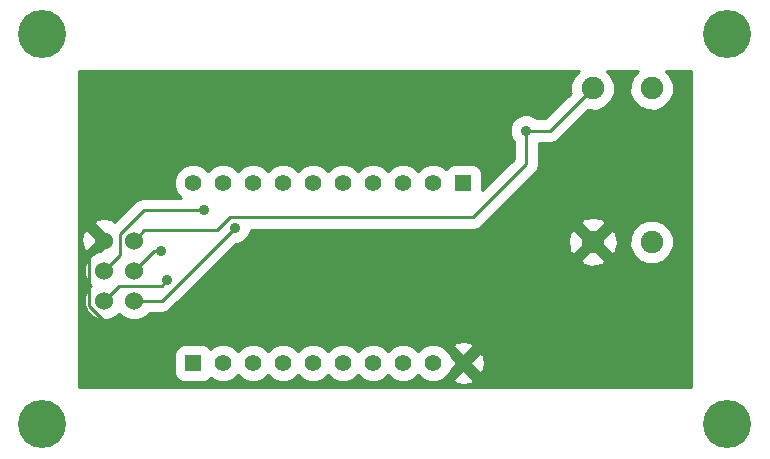
<source format=gbl>
G04 (created by PCBNEW (2013-09-28 BZR 4356)-product) date 25/03/2014 00:12:11*
%MOIN*%
G04 Gerber Fmt 3.4, Leading zero omitted, Abs format*
%FSLAX34Y34*%
G01*
G70*
G90*
G04 APERTURE LIST*
%ADD10C,0.005906*%
%ADD11C,0.060000*%
%ADD12C,0.074800*%
%ADD13R,0.055000X0.055000*%
%ADD14C,0.055000*%
%ADD15C,0.160000*%
%ADD16C,0.035000*%
%ADD17C,0.010000*%
G04 APERTURE END LIST*
G54D10*
G54D11*
X73531Y-43913D03*
X72531Y-43913D03*
X73531Y-42913D03*
X72531Y-42913D03*
X73531Y-41913D03*
X72531Y-41913D03*
G54D12*
X88816Y-36841D03*
X90784Y-36841D03*
X88816Y-41959D03*
X90784Y-41959D03*
G54D13*
X75500Y-46000D03*
G54D14*
X76500Y-46000D03*
X77500Y-46000D03*
X78500Y-46000D03*
X79500Y-46000D03*
X80500Y-46000D03*
X81500Y-46000D03*
X82500Y-46000D03*
X83500Y-46000D03*
X84500Y-46000D03*
G54D13*
X84500Y-40000D03*
G54D14*
X83500Y-40000D03*
X82500Y-40000D03*
X81500Y-40000D03*
X80500Y-40000D03*
X79500Y-40000D03*
X78500Y-40000D03*
X77500Y-40000D03*
X76500Y-40000D03*
X75500Y-40000D03*
G54D15*
X70472Y-35039D03*
X93307Y-35039D03*
X70472Y-48031D03*
X93307Y-48031D03*
G54D16*
X85768Y-45285D03*
X76880Y-41482D03*
X74433Y-42262D03*
X75870Y-40900D03*
X86599Y-38250D03*
X74632Y-43240D03*
G54D17*
X85768Y-44752D02*
X85768Y-45285D01*
X86022Y-44752D02*
X85768Y-44752D01*
X88815Y-41959D02*
X86022Y-44752D01*
X72032Y-42412D02*
X72531Y-41913D01*
X72032Y-44083D02*
X72032Y-42412D01*
X72702Y-44752D02*
X72032Y-44083D01*
X85768Y-44752D02*
X72702Y-44752D01*
X74449Y-43913D02*
X76880Y-41482D01*
X73531Y-43913D02*
X74449Y-43913D01*
X74182Y-42262D02*
X74433Y-42262D01*
X73531Y-42913D02*
X74182Y-42262D01*
X73854Y-40900D02*
X75870Y-40900D01*
X73063Y-41691D02*
X73854Y-40900D01*
X73063Y-42381D02*
X73063Y-41691D01*
X72531Y-42913D02*
X73063Y-42381D01*
X87406Y-38250D02*
X88815Y-36840D01*
X86599Y-38250D02*
X87406Y-38250D01*
X73874Y-41570D02*
X73531Y-41913D01*
X76307Y-41570D02*
X73874Y-41570D01*
X76307Y-41570D02*
X76307Y-41570D01*
X76738Y-41139D02*
X76307Y-41570D01*
X84833Y-41139D02*
X76738Y-41139D01*
X86599Y-39373D02*
X84833Y-41139D01*
X86599Y-38250D02*
X86599Y-39373D01*
X74459Y-43413D02*
X74632Y-43240D01*
X73031Y-43413D02*
X74459Y-43413D01*
X72531Y-43913D02*
X73031Y-43413D01*
G54D10*
G36*
X92079Y-46804D02*
X91523Y-46804D01*
X91523Y-41812D01*
X91410Y-41540D01*
X91203Y-41332D01*
X90931Y-41220D01*
X90637Y-41219D01*
X90365Y-41332D01*
X90157Y-41539D01*
X90045Y-41811D01*
X90044Y-42105D01*
X90157Y-42377D01*
X90364Y-42585D01*
X90636Y-42697D01*
X90930Y-42698D01*
X91202Y-42585D01*
X91410Y-42378D01*
X91522Y-42106D01*
X91523Y-41812D01*
X91523Y-46804D01*
X89648Y-46804D01*
X89648Y-42007D01*
X89603Y-41685D01*
X89566Y-41595D01*
X89420Y-41562D01*
X89212Y-41770D01*
X89212Y-41354D01*
X89179Y-41208D01*
X88864Y-41126D01*
X88542Y-41171D01*
X88452Y-41208D01*
X88419Y-41354D01*
X88816Y-41751D01*
X89212Y-41354D01*
X89212Y-41770D01*
X89023Y-41959D01*
X89420Y-42355D01*
X89566Y-42322D01*
X89648Y-42007D01*
X89648Y-46804D01*
X89212Y-46804D01*
X89212Y-42563D01*
X88816Y-42166D01*
X88608Y-42374D01*
X88608Y-41959D01*
X88211Y-41562D01*
X88065Y-41595D01*
X87983Y-41910D01*
X88028Y-42232D01*
X88065Y-42322D01*
X88211Y-42355D01*
X88608Y-41959D01*
X88608Y-42374D01*
X88419Y-42563D01*
X88452Y-42709D01*
X88767Y-42791D01*
X89089Y-42746D01*
X89179Y-42709D01*
X89212Y-42563D01*
X89212Y-46804D01*
X85231Y-46804D01*
X85231Y-46034D01*
X85189Y-45751D01*
X85163Y-45688D01*
X85026Y-45668D01*
X84831Y-45862D01*
X84831Y-45473D01*
X84811Y-45336D01*
X84534Y-45268D01*
X84251Y-45310D01*
X84188Y-45336D01*
X84168Y-45473D01*
X84500Y-45805D01*
X84831Y-45473D01*
X84831Y-45862D01*
X84694Y-46000D01*
X85026Y-46331D01*
X85163Y-46311D01*
X85231Y-46034D01*
X85231Y-46804D01*
X84831Y-46804D01*
X84831Y-46526D01*
X84500Y-46194D01*
X84305Y-46388D01*
X84305Y-46000D01*
X84112Y-45807D01*
X84042Y-45637D01*
X83862Y-45457D01*
X83627Y-45360D01*
X83373Y-45359D01*
X83137Y-45457D01*
X82999Y-45594D01*
X82862Y-45457D01*
X82627Y-45360D01*
X82373Y-45359D01*
X82137Y-45457D01*
X81999Y-45594D01*
X81862Y-45457D01*
X81627Y-45360D01*
X81373Y-45359D01*
X81137Y-45457D01*
X80999Y-45594D01*
X80862Y-45457D01*
X80627Y-45360D01*
X80373Y-45359D01*
X80137Y-45457D01*
X79999Y-45594D01*
X79862Y-45457D01*
X79627Y-45360D01*
X79373Y-45359D01*
X79137Y-45457D01*
X78999Y-45594D01*
X78862Y-45457D01*
X78627Y-45360D01*
X78373Y-45359D01*
X78137Y-45457D01*
X77999Y-45594D01*
X77862Y-45457D01*
X77627Y-45360D01*
X77373Y-45359D01*
X77137Y-45457D01*
X76999Y-45594D01*
X76862Y-45457D01*
X76627Y-45360D01*
X76373Y-45359D01*
X76137Y-45457D01*
X76080Y-45514D01*
X75981Y-45415D01*
X75847Y-45360D01*
X75702Y-45360D01*
X75152Y-45360D01*
X75018Y-45415D01*
X74915Y-45518D01*
X74860Y-45652D01*
X74860Y-45797D01*
X74860Y-46347D01*
X74915Y-46481D01*
X75018Y-46584D01*
X75152Y-46639D01*
X75297Y-46639D01*
X75847Y-46639D01*
X75981Y-46584D01*
X76080Y-46485D01*
X76137Y-46542D01*
X76372Y-46639D01*
X76626Y-46640D01*
X76862Y-46542D01*
X77000Y-46405D01*
X77137Y-46542D01*
X77372Y-46639D01*
X77626Y-46640D01*
X77862Y-46542D01*
X78000Y-46405D01*
X78137Y-46542D01*
X78372Y-46639D01*
X78626Y-46640D01*
X78862Y-46542D01*
X79000Y-46405D01*
X79137Y-46542D01*
X79372Y-46639D01*
X79626Y-46640D01*
X79862Y-46542D01*
X80000Y-46405D01*
X80137Y-46542D01*
X80372Y-46639D01*
X80626Y-46640D01*
X80862Y-46542D01*
X81000Y-46405D01*
X81137Y-46542D01*
X81372Y-46639D01*
X81626Y-46640D01*
X81862Y-46542D01*
X82000Y-46405D01*
X82137Y-46542D01*
X82372Y-46639D01*
X82626Y-46640D01*
X82862Y-46542D01*
X83000Y-46405D01*
X83137Y-46542D01*
X83372Y-46639D01*
X83626Y-46640D01*
X83862Y-46542D01*
X84042Y-46362D01*
X84112Y-46192D01*
X84305Y-46000D01*
X84305Y-46388D01*
X84168Y-46526D01*
X84188Y-46663D01*
X84465Y-46731D01*
X84748Y-46689D01*
X84811Y-46663D01*
X84831Y-46526D01*
X84831Y-46804D01*
X71699Y-46804D01*
X71699Y-36266D01*
X88345Y-36266D01*
X88189Y-36421D01*
X88077Y-36693D01*
X88076Y-36987D01*
X88078Y-36991D01*
X87234Y-37835D01*
X86947Y-37835D01*
X86905Y-37793D01*
X86707Y-37710D01*
X86492Y-37710D01*
X86293Y-37792D01*
X86141Y-37944D01*
X86059Y-38142D01*
X86059Y-38357D01*
X86141Y-38556D01*
X86184Y-38599D01*
X86184Y-39201D01*
X85139Y-40246D01*
X85139Y-40202D01*
X85139Y-39652D01*
X85084Y-39518D01*
X84981Y-39415D01*
X84847Y-39360D01*
X84702Y-39360D01*
X84152Y-39360D01*
X84018Y-39415D01*
X83919Y-39514D01*
X83862Y-39457D01*
X83627Y-39360D01*
X83373Y-39359D01*
X83137Y-39457D01*
X82999Y-39594D01*
X82862Y-39457D01*
X82627Y-39360D01*
X82373Y-39359D01*
X82137Y-39457D01*
X81999Y-39594D01*
X81862Y-39457D01*
X81627Y-39360D01*
X81373Y-39359D01*
X81137Y-39457D01*
X80999Y-39594D01*
X80862Y-39457D01*
X80627Y-39360D01*
X80373Y-39359D01*
X80137Y-39457D01*
X79999Y-39594D01*
X79862Y-39457D01*
X79627Y-39360D01*
X79373Y-39359D01*
X79137Y-39457D01*
X78999Y-39594D01*
X78862Y-39457D01*
X78627Y-39360D01*
X78373Y-39359D01*
X78137Y-39457D01*
X77999Y-39594D01*
X77862Y-39457D01*
X77627Y-39360D01*
X77373Y-39359D01*
X77137Y-39457D01*
X76999Y-39594D01*
X76862Y-39457D01*
X76627Y-39360D01*
X76373Y-39359D01*
X76137Y-39457D01*
X75999Y-39594D01*
X75862Y-39457D01*
X75627Y-39360D01*
X75373Y-39359D01*
X75137Y-39457D01*
X74957Y-39637D01*
X74860Y-39872D01*
X74859Y-40126D01*
X74957Y-40362D01*
X75080Y-40485D01*
X73854Y-40485D01*
X73854Y-40485D01*
X73696Y-40516D01*
X73561Y-40606D01*
X73561Y-40606D01*
X72863Y-41304D01*
X72849Y-41225D01*
X72562Y-41155D01*
X72270Y-41201D01*
X72213Y-41225D01*
X72189Y-41363D01*
X72531Y-41705D01*
X72537Y-41700D01*
X72648Y-41811D01*
X72648Y-42015D01*
X72537Y-42126D01*
X72531Y-42121D01*
X72404Y-42248D01*
X72399Y-42248D01*
X72323Y-42279D01*
X72323Y-41913D01*
X71981Y-41571D01*
X71843Y-41594D01*
X71773Y-41882D01*
X71819Y-42174D01*
X71843Y-42231D01*
X71981Y-42255D01*
X72323Y-41913D01*
X72323Y-42279D01*
X72155Y-42349D01*
X71968Y-42536D01*
X71866Y-42780D01*
X71866Y-43045D01*
X71967Y-43289D01*
X72091Y-43413D01*
X71968Y-43536D01*
X71866Y-43780D01*
X71866Y-44045D01*
X71967Y-44289D01*
X72154Y-44476D01*
X72398Y-44578D01*
X72663Y-44578D01*
X72907Y-44477D01*
X73031Y-44353D01*
X73154Y-44476D01*
X73398Y-44578D01*
X73663Y-44578D01*
X73907Y-44477D01*
X74057Y-44328D01*
X74449Y-44328D01*
X74449Y-44328D01*
X74449Y-44328D01*
X74608Y-44296D01*
X74608Y-44296D01*
X74743Y-44206D01*
X76927Y-42022D01*
X76987Y-42022D01*
X77185Y-41940D01*
X77337Y-41789D01*
X77420Y-41590D01*
X77420Y-41554D01*
X84833Y-41554D01*
X84833Y-41554D01*
X84833Y-41554D01*
X84991Y-41523D01*
X84991Y-41523D01*
X85126Y-41433D01*
X86892Y-39667D01*
X86892Y-39667D01*
X86892Y-39667D01*
X86946Y-39586D01*
X86982Y-39532D01*
X86982Y-39532D01*
X87014Y-39373D01*
X87014Y-39373D01*
X87014Y-39373D01*
X87014Y-38665D01*
X87406Y-38665D01*
X87406Y-38665D01*
X87406Y-38665D01*
X87565Y-38634D01*
X87565Y-38634D01*
X87699Y-38544D01*
X88665Y-37578D01*
X88668Y-37579D01*
X88962Y-37580D01*
X89234Y-37467D01*
X89442Y-37260D01*
X89554Y-36988D01*
X89555Y-36694D01*
X89442Y-36422D01*
X89286Y-36266D01*
X90313Y-36266D01*
X90157Y-36421D01*
X90045Y-36693D01*
X90044Y-36987D01*
X90157Y-37259D01*
X90364Y-37467D01*
X90636Y-37579D01*
X90930Y-37580D01*
X91202Y-37467D01*
X91410Y-37260D01*
X91522Y-36988D01*
X91523Y-36694D01*
X91410Y-36422D01*
X91254Y-36266D01*
X92079Y-36266D01*
X92079Y-46804D01*
X92079Y-46804D01*
G37*
G54D17*
X92079Y-46804D02*
X91523Y-46804D01*
X91523Y-41812D01*
X91410Y-41540D01*
X91203Y-41332D01*
X90931Y-41220D01*
X90637Y-41219D01*
X90365Y-41332D01*
X90157Y-41539D01*
X90045Y-41811D01*
X90044Y-42105D01*
X90157Y-42377D01*
X90364Y-42585D01*
X90636Y-42697D01*
X90930Y-42698D01*
X91202Y-42585D01*
X91410Y-42378D01*
X91522Y-42106D01*
X91523Y-41812D01*
X91523Y-46804D01*
X89648Y-46804D01*
X89648Y-42007D01*
X89603Y-41685D01*
X89566Y-41595D01*
X89420Y-41562D01*
X89212Y-41770D01*
X89212Y-41354D01*
X89179Y-41208D01*
X88864Y-41126D01*
X88542Y-41171D01*
X88452Y-41208D01*
X88419Y-41354D01*
X88816Y-41751D01*
X89212Y-41354D01*
X89212Y-41770D01*
X89023Y-41959D01*
X89420Y-42355D01*
X89566Y-42322D01*
X89648Y-42007D01*
X89648Y-46804D01*
X89212Y-46804D01*
X89212Y-42563D01*
X88816Y-42166D01*
X88608Y-42374D01*
X88608Y-41959D01*
X88211Y-41562D01*
X88065Y-41595D01*
X87983Y-41910D01*
X88028Y-42232D01*
X88065Y-42322D01*
X88211Y-42355D01*
X88608Y-41959D01*
X88608Y-42374D01*
X88419Y-42563D01*
X88452Y-42709D01*
X88767Y-42791D01*
X89089Y-42746D01*
X89179Y-42709D01*
X89212Y-42563D01*
X89212Y-46804D01*
X85231Y-46804D01*
X85231Y-46034D01*
X85189Y-45751D01*
X85163Y-45688D01*
X85026Y-45668D01*
X84831Y-45862D01*
X84831Y-45473D01*
X84811Y-45336D01*
X84534Y-45268D01*
X84251Y-45310D01*
X84188Y-45336D01*
X84168Y-45473D01*
X84500Y-45805D01*
X84831Y-45473D01*
X84831Y-45862D01*
X84694Y-46000D01*
X85026Y-46331D01*
X85163Y-46311D01*
X85231Y-46034D01*
X85231Y-46804D01*
X84831Y-46804D01*
X84831Y-46526D01*
X84500Y-46194D01*
X84305Y-46388D01*
X84305Y-46000D01*
X84112Y-45807D01*
X84042Y-45637D01*
X83862Y-45457D01*
X83627Y-45360D01*
X83373Y-45359D01*
X83137Y-45457D01*
X82999Y-45594D01*
X82862Y-45457D01*
X82627Y-45360D01*
X82373Y-45359D01*
X82137Y-45457D01*
X81999Y-45594D01*
X81862Y-45457D01*
X81627Y-45360D01*
X81373Y-45359D01*
X81137Y-45457D01*
X80999Y-45594D01*
X80862Y-45457D01*
X80627Y-45360D01*
X80373Y-45359D01*
X80137Y-45457D01*
X79999Y-45594D01*
X79862Y-45457D01*
X79627Y-45360D01*
X79373Y-45359D01*
X79137Y-45457D01*
X78999Y-45594D01*
X78862Y-45457D01*
X78627Y-45360D01*
X78373Y-45359D01*
X78137Y-45457D01*
X77999Y-45594D01*
X77862Y-45457D01*
X77627Y-45360D01*
X77373Y-45359D01*
X77137Y-45457D01*
X76999Y-45594D01*
X76862Y-45457D01*
X76627Y-45360D01*
X76373Y-45359D01*
X76137Y-45457D01*
X76080Y-45514D01*
X75981Y-45415D01*
X75847Y-45360D01*
X75702Y-45360D01*
X75152Y-45360D01*
X75018Y-45415D01*
X74915Y-45518D01*
X74860Y-45652D01*
X74860Y-45797D01*
X74860Y-46347D01*
X74915Y-46481D01*
X75018Y-46584D01*
X75152Y-46639D01*
X75297Y-46639D01*
X75847Y-46639D01*
X75981Y-46584D01*
X76080Y-46485D01*
X76137Y-46542D01*
X76372Y-46639D01*
X76626Y-46640D01*
X76862Y-46542D01*
X77000Y-46405D01*
X77137Y-46542D01*
X77372Y-46639D01*
X77626Y-46640D01*
X77862Y-46542D01*
X78000Y-46405D01*
X78137Y-46542D01*
X78372Y-46639D01*
X78626Y-46640D01*
X78862Y-46542D01*
X79000Y-46405D01*
X79137Y-46542D01*
X79372Y-46639D01*
X79626Y-46640D01*
X79862Y-46542D01*
X80000Y-46405D01*
X80137Y-46542D01*
X80372Y-46639D01*
X80626Y-46640D01*
X80862Y-46542D01*
X81000Y-46405D01*
X81137Y-46542D01*
X81372Y-46639D01*
X81626Y-46640D01*
X81862Y-46542D01*
X82000Y-46405D01*
X82137Y-46542D01*
X82372Y-46639D01*
X82626Y-46640D01*
X82862Y-46542D01*
X83000Y-46405D01*
X83137Y-46542D01*
X83372Y-46639D01*
X83626Y-46640D01*
X83862Y-46542D01*
X84042Y-46362D01*
X84112Y-46192D01*
X84305Y-46000D01*
X84305Y-46388D01*
X84168Y-46526D01*
X84188Y-46663D01*
X84465Y-46731D01*
X84748Y-46689D01*
X84811Y-46663D01*
X84831Y-46526D01*
X84831Y-46804D01*
X71699Y-46804D01*
X71699Y-36266D01*
X88345Y-36266D01*
X88189Y-36421D01*
X88077Y-36693D01*
X88076Y-36987D01*
X88078Y-36991D01*
X87234Y-37835D01*
X86947Y-37835D01*
X86905Y-37793D01*
X86707Y-37710D01*
X86492Y-37710D01*
X86293Y-37792D01*
X86141Y-37944D01*
X86059Y-38142D01*
X86059Y-38357D01*
X86141Y-38556D01*
X86184Y-38599D01*
X86184Y-39201D01*
X85139Y-40246D01*
X85139Y-40202D01*
X85139Y-39652D01*
X85084Y-39518D01*
X84981Y-39415D01*
X84847Y-39360D01*
X84702Y-39360D01*
X84152Y-39360D01*
X84018Y-39415D01*
X83919Y-39514D01*
X83862Y-39457D01*
X83627Y-39360D01*
X83373Y-39359D01*
X83137Y-39457D01*
X82999Y-39594D01*
X82862Y-39457D01*
X82627Y-39360D01*
X82373Y-39359D01*
X82137Y-39457D01*
X81999Y-39594D01*
X81862Y-39457D01*
X81627Y-39360D01*
X81373Y-39359D01*
X81137Y-39457D01*
X80999Y-39594D01*
X80862Y-39457D01*
X80627Y-39360D01*
X80373Y-39359D01*
X80137Y-39457D01*
X79999Y-39594D01*
X79862Y-39457D01*
X79627Y-39360D01*
X79373Y-39359D01*
X79137Y-39457D01*
X78999Y-39594D01*
X78862Y-39457D01*
X78627Y-39360D01*
X78373Y-39359D01*
X78137Y-39457D01*
X77999Y-39594D01*
X77862Y-39457D01*
X77627Y-39360D01*
X77373Y-39359D01*
X77137Y-39457D01*
X76999Y-39594D01*
X76862Y-39457D01*
X76627Y-39360D01*
X76373Y-39359D01*
X76137Y-39457D01*
X75999Y-39594D01*
X75862Y-39457D01*
X75627Y-39360D01*
X75373Y-39359D01*
X75137Y-39457D01*
X74957Y-39637D01*
X74860Y-39872D01*
X74859Y-40126D01*
X74957Y-40362D01*
X75080Y-40485D01*
X73854Y-40485D01*
X73854Y-40485D01*
X73696Y-40516D01*
X73561Y-40606D01*
X73561Y-40606D01*
X72863Y-41304D01*
X72849Y-41225D01*
X72562Y-41155D01*
X72270Y-41201D01*
X72213Y-41225D01*
X72189Y-41363D01*
X72531Y-41705D01*
X72537Y-41700D01*
X72648Y-41811D01*
X72648Y-42015D01*
X72537Y-42126D01*
X72531Y-42121D01*
X72404Y-42248D01*
X72399Y-42248D01*
X72323Y-42279D01*
X72323Y-41913D01*
X71981Y-41571D01*
X71843Y-41594D01*
X71773Y-41882D01*
X71819Y-42174D01*
X71843Y-42231D01*
X71981Y-42255D01*
X72323Y-41913D01*
X72323Y-42279D01*
X72155Y-42349D01*
X71968Y-42536D01*
X71866Y-42780D01*
X71866Y-43045D01*
X71967Y-43289D01*
X72091Y-43413D01*
X71968Y-43536D01*
X71866Y-43780D01*
X71866Y-44045D01*
X71967Y-44289D01*
X72154Y-44476D01*
X72398Y-44578D01*
X72663Y-44578D01*
X72907Y-44477D01*
X73031Y-44353D01*
X73154Y-44476D01*
X73398Y-44578D01*
X73663Y-44578D01*
X73907Y-44477D01*
X74057Y-44328D01*
X74449Y-44328D01*
X74449Y-44328D01*
X74449Y-44328D01*
X74608Y-44296D01*
X74608Y-44296D01*
X74743Y-44206D01*
X76927Y-42022D01*
X76987Y-42022D01*
X77185Y-41940D01*
X77337Y-41789D01*
X77420Y-41590D01*
X77420Y-41554D01*
X84833Y-41554D01*
X84833Y-41554D01*
X84833Y-41554D01*
X84991Y-41523D01*
X84991Y-41523D01*
X85126Y-41433D01*
X86892Y-39667D01*
X86892Y-39667D01*
X86892Y-39667D01*
X86946Y-39586D01*
X86982Y-39532D01*
X86982Y-39532D01*
X87014Y-39373D01*
X87014Y-39373D01*
X87014Y-39373D01*
X87014Y-38665D01*
X87406Y-38665D01*
X87406Y-38665D01*
X87406Y-38665D01*
X87565Y-38634D01*
X87565Y-38634D01*
X87699Y-38544D01*
X88665Y-37578D01*
X88668Y-37579D01*
X88962Y-37580D01*
X89234Y-37467D01*
X89442Y-37260D01*
X89554Y-36988D01*
X89555Y-36694D01*
X89442Y-36422D01*
X89286Y-36266D01*
X90313Y-36266D01*
X90157Y-36421D01*
X90045Y-36693D01*
X90044Y-36987D01*
X90157Y-37259D01*
X90364Y-37467D01*
X90636Y-37579D01*
X90930Y-37580D01*
X91202Y-37467D01*
X91410Y-37260D01*
X91522Y-36988D01*
X91523Y-36694D01*
X91410Y-36422D01*
X91254Y-36266D01*
X92079Y-36266D01*
X92079Y-46804D01*
M02*

</source>
